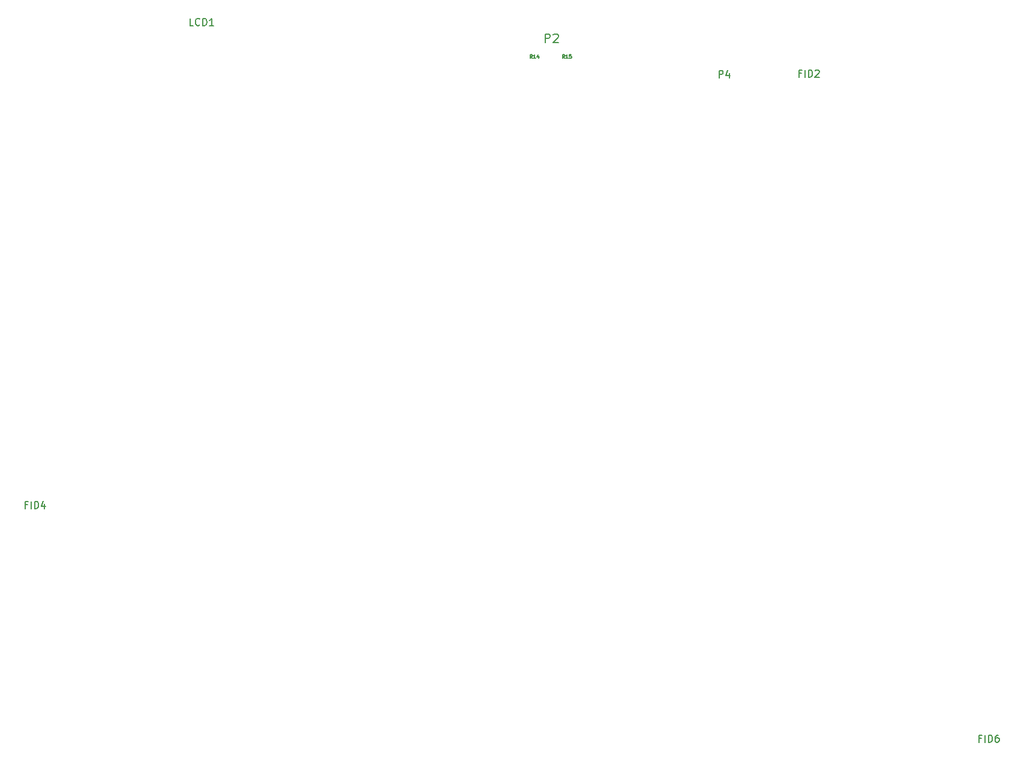
<source format=gto>
G04 #@! TF.FileFunction,Legend,Top*
%FSLAX46Y46*%
G04 Gerber Fmt 4.6, Leading zero omitted, Abs format (unit mm)*
G04 Created by KiCad (PCBNEW (2016-03-18 BZR 6629, Git 60d93d0)-product) date 7/17/2016 1:38:49 PM*
%MOMM*%
G01*
G04 APERTURE LIST*
%ADD10C,0.150000*%
%ADD11C,0.127000*%
%ADD12C,0.200000*%
G04 APERTURE END LIST*
D10*
D11*
X108258428Y-37694810D02*
X108089095Y-37452905D01*
X107968142Y-37694810D02*
X107968142Y-37186810D01*
X108161666Y-37186810D01*
X108210047Y-37211000D01*
X108234238Y-37235190D01*
X108258428Y-37283571D01*
X108258428Y-37356143D01*
X108234238Y-37404524D01*
X108210047Y-37428714D01*
X108161666Y-37452905D01*
X107968142Y-37452905D01*
X108742238Y-37694810D02*
X108451952Y-37694810D01*
X108597095Y-37694810D02*
X108597095Y-37186810D01*
X108548714Y-37259381D01*
X108500333Y-37307762D01*
X108451952Y-37331952D01*
X109177667Y-37356143D02*
X109177667Y-37694810D01*
X109056714Y-37162619D02*
X108935762Y-37525476D01*
X109250238Y-37525476D01*
D12*
X134643905Y-40457381D02*
X134643905Y-39457381D01*
X135024858Y-39457381D01*
X135120096Y-39505000D01*
X135167715Y-39552619D01*
X135215334Y-39647857D01*
X135215334Y-39790714D01*
X135167715Y-39885952D01*
X135120096Y-39933571D01*
X135024858Y-39981190D01*
X134643905Y-39981190D01*
X136072477Y-39790714D02*
X136072477Y-40457381D01*
X135834381Y-39409762D02*
X135596286Y-40124048D01*
X136215334Y-40124048D01*
X37028572Y-100807571D02*
X36695238Y-100807571D01*
X36695238Y-101331381D02*
X36695238Y-100331381D01*
X37171429Y-100331381D01*
X37552381Y-101331381D02*
X37552381Y-100331381D01*
X38028571Y-101331381D02*
X38028571Y-100331381D01*
X38266666Y-100331381D01*
X38409524Y-100379000D01*
X38504762Y-100474238D01*
X38552381Y-100569476D01*
X38600000Y-100759952D01*
X38600000Y-100902810D01*
X38552381Y-101093286D01*
X38504762Y-101188524D01*
X38409524Y-101283762D01*
X38266666Y-101331381D01*
X38028571Y-101331381D01*
X39457143Y-100664714D02*
X39457143Y-101331381D01*
X39219047Y-100283762D02*
X38980952Y-100998048D01*
X39600000Y-100998048D01*
X171648572Y-133827571D02*
X171315238Y-133827571D01*
X171315238Y-134351381D02*
X171315238Y-133351381D01*
X171791429Y-133351381D01*
X172172381Y-134351381D02*
X172172381Y-133351381D01*
X172648571Y-134351381D02*
X172648571Y-133351381D01*
X172886666Y-133351381D01*
X173029524Y-133399000D01*
X173124762Y-133494238D01*
X173172381Y-133589476D01*
X173220000Y-133779952D01*
X173220000Y-133922810D01*
X173172381Y-134113286D01*
X173124762Y-134208524D01*
X173029524Y-134303762D01*
X172886666Y-134351381D01*
X172648571Y-134351381D01*
X174077143Y-133351381D02*
X173886666Y-133351381D01*
X173791428Y-133399000D01*
X173743809Y-133446619D01*
X173648571Y-133589476D01*
X173600952Y-133779952D01*
X173600952Y-134160905D01*
X173648571Y-134256143D01*
X173696190Y-134303762D01*
X173791428Y-134351381D01*
X173981905Y-134351381D01*
X174077143Y-134303762D01*
X174124762Y-134256143D01*
X174172381Y-134160905D01*
X174172381Y-133922810D01*
X174124762Y-133827571D01*
X174077143Y-133779952D01*
X173981905Y-133732333D01*
X173791428Y-133732333D01*
X173696190Y-133779952D01*
X173648571Y-133827571D01*
X173600952Y-133922810D01*
X146248572Y-39847571D02*
X145915238Y-39847571D01*
X145915238Y-40371381D02*
X145915238Y-39371381D01*
X146391429Y-39371381D01*
X146772381Y-40371381D02*
X146772381Y-39371381D01*
X147248571Y-40371381D02*
X147248571Y-39371381D01*
X147486666Y-39371381D01*
X147629524Y-39419000D01*
X147724762Y-39514238D01*
X147772381Y-39609476D01*
X147820000Y-39799952D01*
X147820000Y-39942810D01*
X147772381Y-40133286D01*
X147724762Y-40228524D01*
X147629524Y-40323762D01*
X147486666Y-40371381D01*
X147248571Y-40371381D01*
X148200952Y-39466619D02*
X148248571Y-39419000D01*
X148343809Y-39371381D01*
X148581905Y-39371381D01*
X148677143Y-39419000D01*
X148724762Y-39466619D01*
X148772381Y-39561857D01*
X148772381Y-39657095D01*
X148724762Y-39799952D01*
X148153333Y-40371381D01*
X148772381Y-40371381D01*
X60428334Y-33091381D02*
X59952143Y-33091381D01*
X59952143Y-32091381D01*
X61333096Y-32996143D02*
X61285477Y-33043762D01*
X61142620Y-33091381D01*
X61047382Y-33091381D01*
X60904524Y-33043762D01*
X60809286Y-32948524D01*
X60761667Y-32853286D01*
X60714048Y-32662810D01*
X60714048Y-32519952D01*
X60761667Y-32329476D01*
X60809286Y-32234238D01*
X60904524Y-32139000D01*
X61047382Y-32091381D01*
X61142620Y-32091381D01*
X61285477Y-32139000D01*
X61333096Y-32186619D01*
X61761667Y-33091381D02*
X61761667Y-32091381D01*
X61999762Y-32091381D01*
X62142620Y-32139000D01*
X62237858Y-32234238D01*
X62285477Y-32329476D01*
X62333096Y-32519952D01*
X62333096Y-32662810D01*
X62285477Y-32853286D01*
X62237858Y-32948524D01*
X62142620Y-33043762D01*
X61999762Y-33091381D01*
X61761667Y-33091381D01*
X63285477Y-33091381D02*
X62714048Y-33091381D01*
X62999762Y-33091381D02*
X62999762Y-32091381D01*
X62904524Y-32234238D01*
X62809286Y-32329476D01*
X62714048Y-32377095D01*
D11*
X112830428Y-37694810D02*
X112661095Y-37452905D01*
X112540142Y-37694810D02*
X112540142Y-37186810D01*
X112733666Y-37186810D01*
X112782047Y-37211000D01*
X112806238Y-37235190D01*
X112830428Y-37283571D01*
X112830428Y-37356143D01*
X112806238Y-37404524D01*
X112782047Y-37428714D01*
X112733666Y-37452905D01*
X112540142Y-37452905D01*
X113314238Y-37694810D02*
X113023952Y-37694810D01*
X113169095Y-37694810D02*
X113169095Y-37186810D01*
X113120714Y-37259381D01*
X113072333Y-37307762D01*
X113023952Y-37331952D01*
X113773857Y-37186810D02*
X113531952Y-37186810D01*
X113507762Y-37428714D01*
X113531952Y-37404524D01*
X113580333Y-37380333D01*
X113701286Y-37380333D01*
X113749667Y-37404524D01*
X113773857Y-37428714D01*
X113798048Y-37477095D01*
X113798048Y-37598048D01*
X113773857Y-37646429D01*
X113749667Y-37670619D01*
X113701286Y-37694810D01*
X113580333Y-37694810D01*
X113531952Y-37670619D01*
X113507762Y-37646429D01*
D12*
X110112286Y-35480257D02*
X110112286Y-34280257D01*
X110569429Y-34280257D01*
X110683715Y-34337400D01*
X110740858Y-34394543D01*
X110798001Y-34508829D01*
X110798001Y-34680257D01*
X110740858Y-34794543D01*
X110683715Y-34851686D01*
X110569429Y-34908829D01*
X110112286Y-34908829D01*
X111255143Y-34394543D02*
X111312286Y-34337400D01*
X111426572Y-34280257D01*
X111712286Y-34280257D01*
X111826572Y-34337400D01*
X111883715Y-34394543D01*
X111940858Y-34508829D01*
X111940858Y-34623114D01*
X111883715Y-34794543D01*
X111198001Y-35480257D01*
X111940858Y-35480257D01*
M02*

</source>
